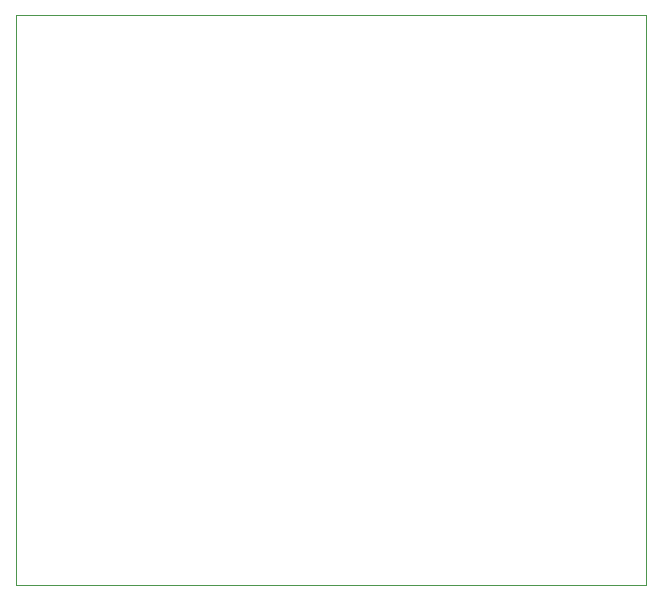
<source format=gbr>
%TF.GenerationSoftware,KiCad,Pcbnew,(6.0.2)*%
%TF.CreationDate,2022-03-21T18:21:57-04:00*%
%TF.ProjectId,dccsniffer,64636373-6e69-4666-9665-722e6b696361,rev?*%
%TF.SameCoordinates,Original*%
%TF.FileFunction,Profile,NP*%
%FSLAX46Y46*%
G04 Gerber Fmt 4.6, Leading zero omitted, Abs format (unit mm)*
G04 Created by KiCad (PCBNEW (6.0.2)) date 2022-03-21 18:21:57*
%MOMM*%
%LPD*%
G01*
G04 APERTURE LIST*
%TA.AperFunction,Profile*%
%ADD10C,0.100000*%
%TD*%
G04 APERTURE END LIST*
D10*
X149860000Y-12700000D02*
X149860000Y-60960000D01*
X149860000Y-60960000D02*
X96520000Y-60960000D01*
X96520000Y-60960000D02*
X96520000Y-12700000D01*
X96520000Y-12700000D02*
X149860000Y-12700000D01*
M02*

</source>
